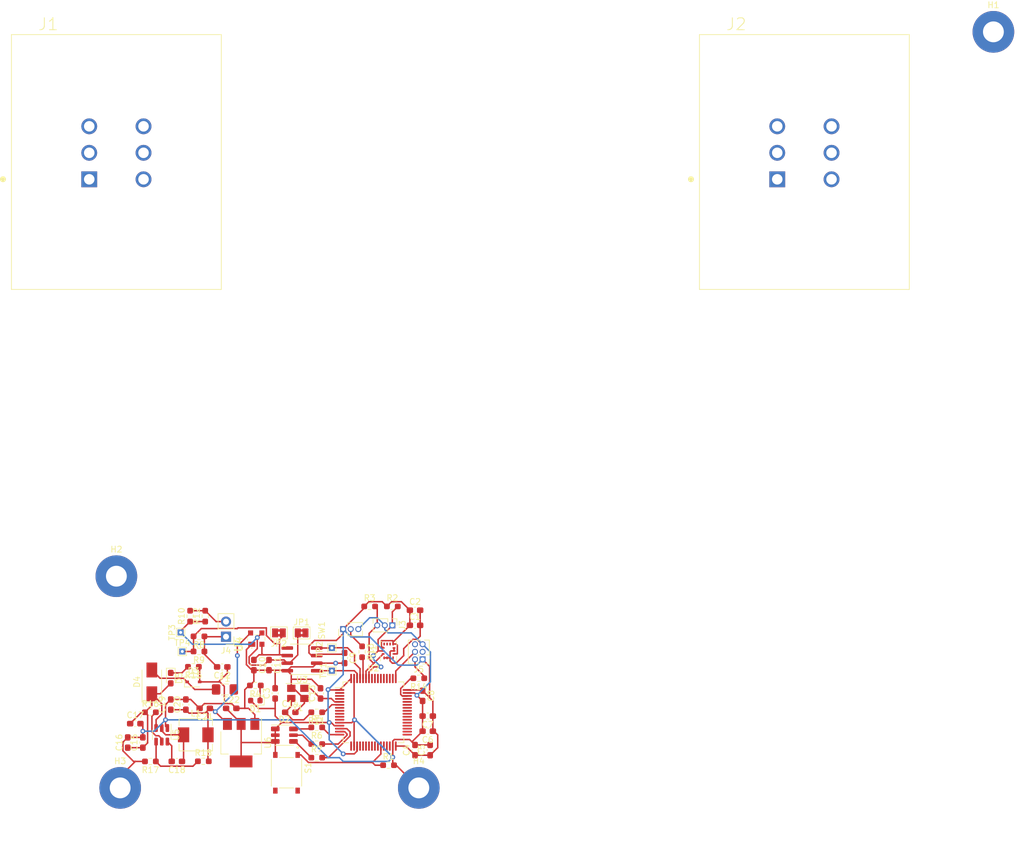
<source format=kicad_pcb>
(kicad_pcb (version 20211014) (generator pcbnew)
  (layers (0 "F.Cu" signal) (31 "B.Cu" signal) (34 "B.Paste" user) (35 "F.Paste" user) (36 "B.SilkS" user "B.Silkscreen") (37 "F.SilkS" user "F.Silkscreen") (38 "B.Mask" user) (39 "F.Mask" user) (44 "Edge.Cuts" user))
  (net 0 "")
  (net 1 "+3V3")
  (net 2 "GND")
  (net 3 "Net-(C10-Pad1)")
  (net 4 "Net-(C11-Pad1)")
  (net 5 "Net-(C12-Pad2)")
  (net 6 "/Microcontroller/HSE_in")
  (net 7 "Net-(C14-Pad1)")
  (net 8 "/VRMS/BUCK/V_in")
  (net 9 "/VRMS/BUCK/SW")
  (net 10 "/VRMS/BUCK/VBST")
  (net 11 "+5V")
  (net 12 "Net-(D1-Pad1)")
  (net 13 "Net-(D2-Pad4)")
  (net 14 "Net-(D2-Pad5)")
  (net 15 "Net-(D2-Pad6)")
  (net 16 "/VRMS/DIODE")
  (net 17 "Net-(D5-Pad1)")
  (net 18 "+24V")
  (net 19 "/CANL")
  (net 20 "/P3")
  (net 21 "/CANH")
  (net 22 "Net-(J1-Pad6)")
  (net 23 "/SCL")
  (net 24 "/SDA")
  (net 25 "Net-(J4-Pad2)")
  (net 26 "Net-(J5-Pad2)")
  (net 28 "/Microcontroller/SWCLK")
  (net 30 "/CALIB_BUTTON")
  (net 31 "/Microcontroller/LED_B")
  (net 32 "/Microcontroller/LED_G")
  (net 33 "/Microcontroller/LED_R")
  (net 34 "/Microcontroller/HSE_out")
  (net 35 "Net-(R13-Pad1)")
  (net 36 "/Microcontroller/BOOT0")
  (net 37 "/Microcontroller/SWDIO")
  (net 38 "/VRMS/BUCK/EN")
  (net 39 "/VRMS/BUCK/VFB")
  (net 42 "/Microcontroller/CAN1_TX")
  (net 43 "/Microcontroller/CAN1_RX")
  (footprint "LED_SMD:LED_0603_1608Metric_Pad1.05x0.95mm_HandSolder" (layer "F.Cu") (at 136.13 131.42 -90)
    (fp_text reference "D5")
    (fp_text value "LED")
  )
  (footprint "Capacitor_SMD:C_0603_1608Metric_Pad1.08x0.95mm_HandSolder" (layer "F.Cu") (at 141.845 136.5 180)
    (fp_text reference "C21")
    (fp_text value "1uF")
  )
  (footprint "Resistor_SMD:R_0603_1608Metric_Pad0.98x0.95mm_HandSolder" (layer "F.Cu") (at 160.655 142.494)
    (fp_text reference "R6")
    (fp_text value "220")
  )
  (footprint "Resistor_SMD:R_0603_1608Metric_Pad0.98x0.95mm_HandSolder" (layer "F.Cu") (at 140.875 124.405 180)
    (fp_text reference "R8")
    (fp_text value "120")
  )
  (footprint "Capacitor_SMD:C_0603_1608Metric_Pad1.08x0.95mm_HandSolder" (layer "F.Cu") (at 146.29 136.5)
    (fp_text reference "C22")
    (fp_text value "22uF")
  )
  (footprint "MountingHole:MountingHole_3.5mm_Pad" (layer "F.Cu") (at 127 114.3)
    (fp_text reference "H2")
    (fp_text value "MountingHole")
  )
  (footprint "Capacitor_SMD:C_0603_1608Metric_Pad1.08x0.95mm_HandSolder" (layer "F.Cu") (at 128.905 142.24 90)
    (fp_text reference "C16")
    (fp_text value "10uF")
  )
  (footprint "Resistor_SMD:R_0603_1608Metric_Pad0.98x0.95mm_HandSolder" (layer "F.Cu") (at 150.3425 132.6525 180)
    (fp_text reference "R4")
    (fp_text value "100")
  )
  (footprint "Capacitor_SMD:C_0603_1608Metric_Pad1.08x0.95mm_HandSolder" (layer "F.Cu") (at 165.335 128.0425 -90)
    (fp_text reference "C9")
    (fp_text value "0u1")
  )
  (footprint "Push Buttons:SW_TS-1187A-B-A-B" (layer "F.Cu") (at 155.575 147.32 -90)
    (fp_text reference "S1")
    (fp_text value "TS-1187A-B-A-B")
  )
  (footprint "MountingHole:MountingHole_3.5mm_Pad" (layer "F.Cu") (at 177.8 149.86)
    (fp_text reference "H4")
    (fp_text value "MountingHole")
  )
  (footprint "Capacitor_SMD:C_0603_1608Metric_Pad1.08x0.95mm_HandSolder" (layer "F.Cu") (at 152.635 129.23 -90)
    (fp_text reference "C11")
    (fp_text value "100p")
  )
  (footprint "Capacitor_SMD:C_0603_1608Metric_Pad1.08x0.95mm_HandSolder" (layer "F.Cu") (at 131.445 142.24 90)
    (fp_text reference "C15")
    (fp_text value "10uF")
  )
  (footprint "Diode_SMD:D_SOD-323" (layer "F.Cu") (at 139.94 132.055)
    (fp_text reference "D3")
    (fp_text value "32V")
  )
  (footprint "Jumper:SolderJumper-2_P1.3mm_Bridged2Bar_Pad1.0x1.5mm" (layer "F.Cu") (at 154.305 123.825 180)
    (fp_text reference "JP2")
    (fp_text value " ")
  )
  (footprint "Capacitor_SMD:C_0603_1608Metric_Pad1.08x0.95mm_HandSolder" (layer "F.Cu") (at 161.29 133.985 90)
    (fp_text reference "C13")
    (fp_text value "10p")
  )
  (footprint "Resistor_SMD:R_0603_1608Metric_Pad0.98x0.95mm_HandSolder" (layer "F.Cu") (at 132.715 145.415 180)
    (fp_text reference "R17")
    (fp_text value "10K")
  )
  (footprint "Connector_PinHeader_1.27mm:PinHeader_1x03_P1.27mm_Vertical" (layer "F.Cu") (at 165.095 123.19 90)
    (fp_text reference "SW1")
    (fp_text value "SW_SPDT")
  )
  (footprint "Capacitor_SMD:C_0603_1608Metric_Pad1.08x0.95mm_HandSolder" (layer "F.Cu") (at 153.67 133.985 90)
    (fp_text reference "C3")
    (fp_text value "4u7")
  )
  (footprint "TestPoint:TestPoint_THTPad_1.0x1.0mm_Drill0.5mm" (layer "F.Cu") (at 138.0725 126.945)
    (fp_text reference "TP4")
    (fp_text value " ")
  )
  (footprint "Resistor_SMD:R_0603_1608Metric_Pad0.98x0.95mm_HandSolder" (layer "F.Cu") (at 172.72 146.05)
    (fp_text reference "R1")
    (fp_text value "1 kΩ")
  )
  (footprint "Resistor_SMD:R_0603_1608Metric_Pad0.98x0.95mm_HandSolder" (layer "F.Cu") (at 139.94 129.515 180)
    (fp_text reference "R15")
    (fp_text value "470R")
  )
  (footprint "Capacitor_SMD:C_0603_1608Metric_Pad1.08x0.95mm_HandSolder" (layer "F.Cu") (at 177.165 143.51 90)
    (fp_text reference "C4")
    (fp_text value "100n")
  )
  (footprint "Package_LGA:LGA-14L_3x2.5mm_P0.86mm" (layer "F.Cu") (at 172.724 126.8535 90)
    (fp_text reference "U1")
    (fp_text value "LSM6DSR" hide)
  )
  (footprint "Global Libraries:TE_DT15-6P" (layer "F.Cu") (at 127 43.18)
    (fp_text reference "J1")
    (fp_text value "Deutsch DT6")
  )
  (footprint "Connector_PinHeader_1.27mm:PinHeader_1x03_P1.27mm_Vertical" (layer "F.Cu") (at 173.355 122.555 -90)
    (fp_text reference "J3")
    (fp_text value "Conn_01x03")
  )
  (footprint "Resistor_SMD:R_0603_1608Metric_Pad0.98x0.95mm_HandSolder" (layer "F.Cu") (at 141.9225 121.0075 90)
    (fp_text reference "R12")
    (fp_text value "120")
  )
  (footprint "Global Libraries:CD143ASR05" (layer "F.Cu") (at 150.495 124.785)
    (fp_text reference "U4")
    (fp_text value "CD143A-SR05" hide)
  )
  (footprint "LED_SMD:LED_ROHM_SMLVN6" (layer "F.Cu") (at 155.2175 141.004)
    (fp_text reference "D2")
    (fp_text value "SMLVN6RGB")
  )
  (footprint "TestPoint:TestPoint_THTPad_1.0x1.0mm_Drill0.5mm" (layer "F.Cu") (at 163.195 130.175 90)
    (fp_text reference "TP1")
    (fp_text value " ")
  )
  (footprint "Capacitor_SMD:C_0603_1608Metric_Pad1.08x0.95mm_HandSolder" (layer "F.Cu") (at 138.67 135.865 90)
    (fp_text reference "C20")
    (fp_text value "22uF")
  )
  (footprint "Diode_SMD:D_SMA" (layer "F.Cu") (at 132.955 132.055 90)
    (fp_text reference "D4")
    (fp_text value "0.7dV")
  )
  (footprint "TestPoint:TestPoint_THTPad_1.0x1.0mm_Drill0.5mm" (layer "F.Cu") (at 137.795 123.745 90)
    (fp_text reference "TP3")
    (fp_text value " ")
  )
  (footprint "Capacitor_SMD:C_0603_1608Metric_Pad1.08x0.95mm_HandSolder" (layer "F.Cu") (at 130.175 139.065)
    (fp_text reference "C17")
    (fp_text value "100nF")
  )
  (footprint "Capacitor_SMD:C_0603_1608Metric_Pad1.08x0.95mm_HandSolder" (layer "F.Cu") (at 179.705 143.51 90)
    (fp_text reference "C5")
    (fp_text value "100n")
  )
  (footprint "Jumper:SolderJumper-2_P1.3mm_Bridged2Bar_Pad1.0x1.5mm" (layer "F.Cu") (at 158.115 123.825)
    (fp_text reference "JP1")
    (fp_text value " ")
  )
  (footprint "Capacitor_SMD:C_0603_1608Metric_Pad1.08x0.95mm_HandSolder" (layer "F.Cu") (at 178.435 134.3925 -90)
    (fp_text reference "C8")
    (fp_text value "100n")
  )
  (footprint "Capacitor_SMD:C_0603_1608Metric_Pad1.08x0.95mm_HandSolder" (layer "F.Cu") (at 177.165 120.015)
    (fp_text reference "C2")
    (fp_text value "100 nF")
  )
  (footprint "Capacitor_SMD:C_0603_1608Metric_Pad1.08x0.95mm_HandSolder" (layer "F.Cu") (at 150.095 129.23 -90)
    (fp_text reference "C10")
    (fp_text value "100p")
  )
  (footprint "Connector_PinHeader_1.27mm:PinHeader_2x03_P1.27mm_Vertical" (layer "F.Cu") (at 178.435 128.27 180)
    (fp_text reference "J5")
    (fp_text value "SWD")
  )
  (footprint "Capacitor_SMD:C_0603_1608Metric_Pad1.08x0.95mm_HandSolder" (layer "F.Cu") (at 144.78 129.54 180)
    (fp_text reference "C12")
    (fp_text value "4.7n")
  )
  (footprint "Capacitor_SMD:C_0603_1608Metric_Pad1.08x0.95mm_HandSolder" (layer "F.Cu") (at 137.16 145.415 180)
    (fp_text reference "C18")
    (fp_text value "100nF")
  )
  (footprint "Resistor_SMD:R_0603_1608Metric_Pad0.98x0.95mm_HandSolder" (layer "F.Cu") (at 169.545 119.38)
    (fp_text reference "R3")
    (fp_text value "2k2")
  )
  (footprint "Capacitor_SMD:C_0603_1608Metric_Pad1.08x0.95mm_HandSolder" (layer "F.Cu") (at 136.13 135.865 90)
    (fp_text reference "C19")
    (fp_text value "22uF")
  )
  (footprint "Capacitor_SMD:C_0603_1608Metric_Pad1.08x0.95mm_HandSolder" (layer "F.Cu") (at 177.165 122.555)
    (fp_text reference "C1")
    (fp_text value "100 nF")
  )
  (footprint "LED_SMD:LED_0603_1608Metric" (layer "F.Cu") (at 150.3425 135.1925 180)
    (fp_text reference "D1")
    (fp_text value "RED")
  )
  (footprint "MountingHole:MountingHole_3.5mm_Pad" (layer "F.Cu") (at 274.32 22.86)
    (fp_text reference "H1")
    (fp_text value "MountingHole")
  )
  (footprint "Package_SO:SOIC-8_3.9x4.9mm_P1.27mm" (layer "F.Cu") (at 158.18 128.27 180)
    (fp_text reference "U3")
    (fp_text value "SN65HVD230")
  )
  (footprint "MountingHole:MountingHole_3.5mm_Pad" (layer "F.Cu") (at 127.635 149.86)
    (fp_text reference "H3")
    (fp_text value "MountingHole")
  )
  (footprint "Resistor_SMD:R_0603_1608Metric_Pad0.98x0.95mm_HandSolder" (layer "F.Cu") (at 160.655 144.78)
    (fp_text reference "R7")
    (fp_text value "220")
  )
  (footprint "TestPoint:TestPoint_THTPad_1.0x1.0mm_Drill0.5mm" (layer "F.Cu") (at 163.195 126.365 90)
    (fp_text reference "TP2")
    (fp_text value " ")
  )
  (footprint "Capacitor_SMD:C_0603_1608Metric_Pad1.08x0.95mm_HandSolder" (layer "F.Cu") (at 179.2975 140.335 180)
    (fp_text reference "C6")
    (fp_text value "100n")
  )
  (footprint "Crystal:Crystal_SMD_3225-4Pin_3.2x2.5mm" (layer "F.Cu") (at 157.48 133.985 180)
    (fp_text reference "Y1")
    (fp_text value "16MHz")
  )
  (footprint "Resistor_SMD:R_0603_1608Metric_Pad0.98x0.95mm_HandSolder" (layer "F.Cu") (at 139.3825 121.0075 90)
    (fp_text reference "R10")
    (fp_text value "120")
  )
  (footprint "Resistor_SMD:R_0603_1608Metric_Pad0.98x0.95mm_HandSolder" (layer "F.Cu") (at 141.605 145.39)
    (fp_text reference "R18")
    (fp_text value "54.9K")
  )
  (footprint "Resistor_SMD:R_0603_1608Metric_Pad0.98x0.95mm_HandSolder" (layer "F.Cu") (at 160.655 137.16 180)
    (fp_text reference "R11")
    (fp_text value "47")
  )
  (footprint "Package_TO_SOT_SMD:SOT-23-6" (layer "F.Cu") (at 134.62 140.945 -90)
    (fp_text reference "U5")
    (fp_text value "TPS562200")
  )
  (footprint "Resistor_SMD:R_0603_1608Metric_Pad0.98x0.95mm_HandSolder" (layer "F.Cu") (at 132.715 137.16)
    (fp_text reference "R16")
    (fp_text value "10K")
  )
  (footprint "Fuse:Fuse_1206_3216Metric_Pad1.42x1.75mm_HandSolder" (layer "F.Cu") (at 145.2375 133.325)
    (fp_text reference "F1")
    (fp_text value "2A")
  )
  (footprint "Package_TO_SOT_SMD:SOT-223-3_TabPin2" (layer "F.Cu") (at 147.955 142.265 -90)
    (fp_text reference "U6")
    (fp_text value "AMS1117-3.3")
  )
  (footprint "Package_QFP:LQFP-64_10x10mm_P0.5mm" (layer "F.Cu") (at 170.18 137.16)
    (fp_text reference "U2")
    (fp_text value "STM32F105RCTx")
  )
  (footprint "Global Libraries:TE_DT15-6P" (layer "F.Cu") (at 242.57 43.18)
    (fp_text reference "J2")
    (fp_text value "Deutsch DT6")
  )
  (footprint "Capacitor_SMD:C_0603_1608Metric_Pad1.08x0.95mm_HandSolder" (layer "F.Cu") (at 156.21 137.16)
    (fp_text reference "C14")
    (fp_text value "10p")
  )
  (footprint "Capacitor_SMD:C_0603_1608Metric_Pad1.08x0.95mm_HandSolder" (layer "F.Cu") (at 179.2975 137.795 180)
    (fp_text reference "C7")
    (fp_text value "100n")
  )
  (footprint "Resistor_SMD:R_0603_1608Metric_Pad0.98x0.95mm_HandSolder" (layer "F.Cu") (at 140.875 126.945 180)
    (fp_text reference "R9")
    (fp_text value "120")
  )
  (footprint "Resistor_SMD:R_0603_1608Metric_Pad0.98x0.95mm_HandSolder" (layer "F.Cu") (at 173.355 119.38)
    (fp_text reference "R2")
    (fp_text value "2k2")
  )
  (footprint "Resistor_SMD:R_0603_1608Metric_Pad0.98x0.95mm_HandSolder" (layer "F.Cu") (at 168.275 127 -90)
    (fp_text reference "R13")
    (fp_text value "10K")
  )
  (footprint "Resistor_SMD:R_0603_1608Metric_Pad0.98x0.95mm_HandSolder" (layer "F.Cu") (at 160.655 139.7)
    (fp_text reference "R5")
    (fp_text value "220")
  )
  (footprint "Inductor_SMD:L_Sunlord_MWSA0518_5.4x5.2mm" (layer "F.Cu") (at 140.335 140.945)
    (fp_text reference "L1")
    (fp_text value "4u7")
  )
  (footprint "Connector_PinHeader_2.54mm:PinHeader_1x02_P2.54mm_Vertical" (layer "F.Cu") (at 145.415 124.465 180)
    (fp_text reference "J4")
    (fp_text value "Conn_01x02")
  )
  (footprint "Resistor_SMD:R_0603_1608Metric_Pad0.98x0.95mm_HandSolder" (layer "F.Cu") (at 177.8 131.445 180)
    (fp_text reference "R14")
    (fp_text value "22")
  )
  (segment (start 178.435 133.53) (end 179.615 134.71) (width 0.25) (layer "F.Cu") (net 1))
  (segment (start 171.524 126.2535) (end 171.8115 126.2535) (width 0.25) (layer "F.Cu") (net 1))
  (segment (start 147.955 139.0275) (end 145.4275 136.5) (width 0.25) (layer "F.Cu") (net 1))
  (segment (start 159.355 126.018249) (end 159.355 127.1975) (width 0.25) (layer "F.Cu") (net 1))
  (segment (start 162.745 138.88) (end 163.084315 138.88) (width 0.25) (layer "F.Cu") (net 1))
  (segment (start 159.355 127.1975) (end 159.7925 127.635) (width 0.25) (layer "F.Cu") (net 1))
  (segment (start 149.555 135.1925) (end 150.8875 136.525) (width 0.25) (layer "F.Cu") (net 1))
  (segment (start 153.6925 141.004) (end 153.6925 142.054) (width 0.25) (layer "F.Cu") (net 1))
  (segment (start 164.505 133.41) (end 162.62 133.41) (width 0.25) (layer "F.Cu") (net 1))
  (segment (start 176.3025 122.555) (end 173.6435 125.214) (width 0.25) (layer "F.Cu") (net 1))
  (segment (start 147.955 139.115) (end 147.955 142.24) (width 0.25) (layer "F.Cu") (net 1))
  (segment (start 180.975 140.97) (end 180.34 140.335) (width 0.25) (layer "F.Cu") (net 1))
  (segment (start 159.7925 127.635) (end 160.655 127.635) (width 0.25) (layer "F.Cu") (net 1))
  (segment (start 147.955 142.24) (end 153.5065 142.24) (width 0.25) (layer "F.Cu") (net 1))
  (segment (start 150.8875 136.525) (end 153.67 136.525) (width 0.25) (layer "F.Cu") (net 1))
  (segment (start 173.93 142.835) (end 175.6275 142.835) (width 0.25) (layer "F.Cu") (net 1))
  (segment (start 153.6925 139.954) (end 154.7665 138.88) (width 0.25) (layer "F.Cu") (net 1))
  (segment (start 162.56 133.35) (end 162.62 133.41) (width 0.25) (layer "F.Cu") (net 1))
  (segment (start 179.615 129.45) (end 179.615 134.71) (width 0.25) (layer "F.Cu") (net 1))
  (segment (start 160.278249 125.095) (end 163.94 125.095) (width 0.25) (layer "F.Cu") (net 1))
  (segment (start 163.614315 139.41) (end 164.505 139.41) (width 0.25) (layer "F.Cu") (net 1))
  (segment (start 147.955 142.24) (end 147.955 145.415) (width 0.25) (layer "F.Cu") (net 1))
  (segment (start 172.4425 119.38) (end 173.2425 118.58) (width 0.25) (layer "F.Cu") (net 1))
  (segment (start 171.6425 118.58) (end 172.4425 119.38) (width 0.25) (layer "F.Cu") (net 1))
  (segment (start 167.43 142.835) (end 167.43 143.675685) (width 0.25) (layer "F.Cu") (net 1))
  (segment (start 176.3025 120.015) (end 176.3025 122.555) (width 0.25) (layer "F.Cu") (net 1))
  (segment (start 174.199 125.9035) (end 173.9865 125.691) (width 0.25) (layer "F.Cu") (net 1))
  (segment (start 175.6275 142.835) (end 177.165 144.3725) (width 0.25) (layer "F.Cu") (net 1))
  (segment (start 163.084315 138.88) (end 163.614315 139.41) (width 0.25) (layer "F.Cu") (net 1))
  (segment (start 175.855 133.41) (end 178.315 133.41) (width 0.25) (layer "F.Cu") (net 1))
  (segment (start 160.8825 127.4075) (end 160.655 127.635) (width 0.25) (layer "F.Cu") (net 1))
  (segment (start 153.67 134.8475) (end 153.67 136.525) (width 0.25) (layer "F.Cu") (net 1))
  (segment (start 165.095 123.94) (end 163.94 125.095) (width 0.25) (layer "F.Cu") (net 1))
  (segment (start 173.474 125.691) (end 173.474 125.214) (width 0.25) (layer "F.Cu") (net 1))
  (segment (start 173.2425 118.58) (end 174.8675 118.58) (width 0.25) (layer "F.Cu") (net 1))
  (segment (start 153.7 144.32) (end 153.7 142.0615) (width 0.25) (layer "F.Cu") (net 1))
  (segment (start 180.16 137.795) (end 180.16 140.335) (width 0.25) (layer "F.Cu") (net 1))
  (segment (start 165.095 123.19) (end 165.095 123.94) (width 0.25) (layer "F.Cu") (net 1))
  (segment (start 178.435 128.27) (end 179.615 129.45) (width 0.25) (layer "F.Cu") (net 1))
  (segment (start 165.1075 127.4075) (end 160.8825 127.4075) (width 0.25) (layer "F.Cu") (net 1))
  (segment (start 180.975 143.1025) (end 180.975 140.97) (width 0.25) (layer "F.Cu") (net 1))
  (segment (start 167.43 143.675685) (end 166.960685 144.145) (width 0.25) (layer "F.Cu") (net 1))
  (segment (start 174.8675 118.58) (end 176.3025 120.015) (width 0.25) (layer "F.Cu") (net 1))
  (segment (start 171.524 125.1285) (end 171.524 126.2535) (width 0.25) (layer "F.Cu") (net 1))
  (segment (start 179.705 144.3725) (end 180.975 143.1025) (width 0.25) (layer "F.Cu") (net 1))
  (segment (start 174.149 127.3535) (end 174.199 127.3035) (width 0.25) (layer "F.Cu") (net 1))
  (segment (start 165.095 123.19) (end 168.6325 119.6525) (width 0.25) (layer "F.Cu") (net 1))
  (segment (start 174.199 127.3035) (end 174.199 125.9035) (width 0.25) (layer "F.Cu") (net 1))
  (segment (start 153.6925 139.954) (end 153.6925 141.004) (width 0.25) (layer "F.Cu") (net 1))
  (segment (start 154.7665 138.88) (end 162.745 138.88) (width 0.25) (layer "F.Cu") (net 1))
  (segment (start 166.43 131.485) (end 164.505 133.41) (width 0.25) (layer "F.Cu") (net 1))
  (segment (start 179.615 134.71) (end 180.16 135.255) (width 0.25) (layer "F.Cu") (net 1))
  (segment (start 168.6325 119.38) (end 169.4325 118.58) (width 0.25) (layer "F.Cu") (net 1))
  (segment (start 180.16 135.255) (end 180.16 137.795) (width 0.25) (layer "F.Cu") (net 1))
  (segment (start 173.474 125.1785) (end 173.424 125.1285) (width 0.25) (layer "F.Cu") (net 1))
  (segment (start 173.424 125.1285) (end 171.524 125.1285) (width 0.25) (layer "F.Cu") (net 1))
  (segment (start 153.67 136.525) (end 153.67 137.7835) (width 0.25) (layer "F.Cu") (net 1))
  (segment (start 166.960685 144.145) (end 165.1 144.145) (width 0.25) (layer "F.Cu") (net 1))
  (segment (start 177.165 144.3725) (end 179.705 144.3725) (width 0.25) (layer "F.Cu") (net 1))
  (segment (start 153.67 137.7835) (end 154.7665 138.88) (width 0.25) (layer "F.Cu") (net 1))
  (segment (start 169.4325 118.58) (end 171.6425 118.58) (width 0.25) (layer "F.Cu") (net 1))
  (segment (start 173.474 125.214) (end 173.474 125.1785) (width 0.25) (layer "F.Cu") (net 1))
  (segment (start 173.6365 127.3535) (end 174.149 127.3535) (width 0.25) (layer "F.Cu") (net 1))
  (segment (start 173.6435 125.214) (end 173.474 125.214) (width 0.25) (layer "F.Cu") (net 1))
  (segment (start 173.9865 125.691) (end 173.474 125.691) (width 0.25) (layer "F.Cu") (net 1))
  (segment (start 160.278249 125.095) (end 159.355 126.018249) (width 0.25) (layer "F.Cu") (net 1))
  (via (at 165.1 144.145) (size 0.8) (drill 0.4) (layers "F.Cu" "B.Cu") (net 1))
  (via (at 162.56 133.35) (size 0.8) (drill 0.4) (layers "F.Cu" "B.Cu") (net 1))
  (via (at 162.745 138.88) (size 0.8) (drill 0.4) (layers "F.Cu" "B.Cu") (net 1))
  (segment (start 177.465305 129.239695) (end 174.324695 129.239695) (width 0.25) (layer "B.Cu") (net 1))
  (segment (start 165.1 144.145) (end 162.745 141.79) (width 0.25) (layer "B.Cu") (net 1))
  (segment (start 162.745 138.88) (end 162.56 138.695) (width 0.25) (layer "B.Cu") (net 1))
  (segment (start 162.56 138.695) (end 162.56 133.35) (width 0.25) (layer "B.Cu") (net 1))
  (segment (start 162.745 141.79) (end 162.745 138.88) (width 0.25) (layer "B.Cu") (net 1))
  (segment (start 165.095 130.815) (end 165.095 123.19) (width 0.25) (layer "B.Cu") (net 1))
  (segment (start 162.56 133.35) (end 165.095 130.815) (width 0.25) (layer "B.Cu") (net 1))
  (segment (start 174.324695 129.239695) (end 169.591469 124.506469) (width 0.25) (layer "B.Cu") (net 1))
  (segment (start 178.435 128.27) (end 177.465305 129.239695) (width 0.25) (layer "B.Cu") (net 1))
  (segment (start 169.591469 124.506469) (end 166.411469 124.506469) (width 0.25) (layer "B.Cu") (net 1))
  (segment (start 166.411469 124.506469) (end 165.095 123.19) (width 0.25) (layer "B.Cu") (net 1))
  (segment (start 145.1325 132.806828) (end 145.1325 135.7) (width 0.25) (layer "F.Cu") (net 2))
  (segment (start 178.0275 124.384227) (end 177.506727 124.905) (width 0.25) (layer "F.Cu") (net 2))
  (segment (start 147.1525 136.5) (end 148.565 136.5) (width 0.25) (layer "F.Cu") (net 2))
  (segment (start 177.165 142.6475) (end 179.705 142.6475) (width 0.25) (layer "F.Cu") (net 2))
  (segment (start 153.67 133.1225) (end 153.67 130.175) (width 0.25) (layer "F.Cu") (net 2))
  (segment (start 140.99 129.6525) (end 140.99 132.055) (width 0.25) (layer "F.Cu") (net 2))
  (segment (start 136.13 135.0025) (end 138.67 135.0025) (width 0.25) (layer "F.Cu") (net 2))
  (segment (start 148.565 136.5) (end 149.2 136.5) (width 0.25) (layer "F.Cu") (net 2))
  (segment (start 150.095 130.0925) (end 152.635 130.0925) (width 0.25) (layer "F.Cu") (net 2))
  (segment (start 131.445 141.3775) (end 131.445 140.335) (width 0.25) (layer "F.Cu") (net 2))
  (segment (start 178.0275 122.555) (end 178.0275 124.384227) (width 0.25) (layer "F.Cu") (net 2))
  (segment (start 176.823273 124.905) (end 175.26 126.468273) (width 0.25) (layer "F.Cu") (net 2))
  (segment (start 135.255 135.8775) (end 136.13 135.0025) (width 0.25) (layer "F.Cu") (net 2))
  (segment (start 156.38 133.135) (end 156.38 131.615) (width 0.25) (layer "F.Cu") (net 2))
  (segment (start 152.635 130.0925) (end 153.7525 130.0925) (width 0.25) (layer "F.Cu") (net 2))
  (segment (start 173.43 141.994315) (end 173.43 142.835) (width 0.25) (layer "F.Cu") (net 2))
  (segment (start 177.506727 124.905) (end 176.823273 124.905) (width 0.25) (layer "F.Cu") (net 2))
  (segment (start 145.6425 129.54) (end 145.6425 130.5825) (width 0.25) (layer "F.Cu") (net 2))
  (segment (start 157.0725 137.16) (end 158.58 135.6525) (width 0.25) (layer "F.Cu") (net 2))
  (segment (start 128.105 142.1775) (end 128.905 141.3775) (width 0.25) (layer "F.Cu") (net 2))
  (segment (start 150.095 130.0925) (end 150.095 131.9875) (width 0.25) (layer "F.Cu") (net 2))
  (segment (start 129.884505 145.415) (end 128.105 143.635495) (width 0.25) (layer "F.Cu") (net 2))
  (segment (start 166.93 142.835) (end 166.93 138.505) (width 0.25) (layer "F.Cu") (net 2))
  (segment (start 172.474 128.016) (end 171.974 128.016) (width 0.25) (layer "F.Cu") (net 2))
  (segment (start 156.38 130.85) (end 155.705 130.175) (width 0.25) (layer "F.Cu") (net 2))
  (segment (start 144.380672 132.055) (end 145.1325 132.806828) (width 0.25) (layer "F.Cu") (net 2))
  (segment (start 176.64375 142.12625) (end 176.2525 141.735) (width 0.25) (layer "F.Cu") (net 2))
  (segment (start 173.124 126.8535) (end 172.974 127.0035) (width 0.25) (layer "F.Cu") (net 2))
  (segment (start 160.03 129.53) (end 156.35 129.53) (width 0.25) (layer "F.Cu") (net 2))
  (segment (start 178.435 140.335) (end 178.435 137.795) (width 0.25) (layer "F.Cu") (net 2))
  (segment (start 135.255 139.4925) (end 135.255 138.43) (width 0.25) (layer "F.Cu") (net 2))
  (segment (start 150.095 131.9875) (end 149.43 132.6525) (width 0.25) (layer "F.Cu") (net 2))
  (segment (start 172.974 128.5285) (end 172.974 128.016) (width 0.25) (layer "F.Cu") (net 2))
  (segment (start 140.9825 136.5) (end 141.7825 135.7) (width 0.25) (layer "F.Cu") (net 2))
  (segment (start 178.0275 120.015) (end 178.0275 122.555) (width 0.25) (layer "F.Cu") (net 2))
  (segment (start 135.57 139.8075) (end 135.255 139.4925) (width 0.25) (layer "F.Cu") (net 2))
  (segment (start 166.525 138.91) (end 167.005 138.43) (width 0.25) (layer "F.Cu") (net 2))
  (segment (start 148.845 129.16) (end 149.7775 130.0925) (width 0.25) (layer "F.Cu") (net 2))
  (segment (start 177.4825 134.3025) (end 177.09 133.91) (width 0.25) (layer "F.Cu") (net 2))
  (segment (start 178.435 135.255) (end 177.4825 134.3025) (width 0.25) (layer "F.Cu") (net 2))
  (segment (start 130.175 145.415) (end 127.635 147.955) (width 0.25) (layer "F.Cu") (net 2))
  (segment (start 161.29 133.1225) (end 159.7825 131.615) (width 0.25) (layer "F.Cu") (net 2))
  (segment (start 178.331727 125.73) (end 177.506727 124.905) (width 0.25) (layer "F.Cu") (net 2))
  (segment (start 128.905 141.3775) (end 131.445 141.3775) (width 0.25) (layer "F.Cu") (net 2))
  (segment (start 156.38 131.615) (end 156.38 130.85) (width 0.25) (layer "F.Cu") (net 2))
  (segment (start 173.6365 126.3535) (end 173.6365 126.8535) (width 0.25) (layer "F.Cu") (net 2))
  (segment (start 135.255 138.43) (end 135.255 135.8775) (width 0.25) (layer "F.Cu") (net 2))
  (segment (start 148.845 126.635) (end 148.845 129.16) (width 0.25) (layer "F.Cu") (net 2))
  (segment (start 173.43 145.8475) (end 173.43 144.705) (width 0.25) (layer "F.Cu") (net 2))
  (segment (start 145.1325 135.7) (end 146.3525 135.7) (width 0.25) (layer "F.Cu") (net 2))
  (segment (start 176.2525 141.735) (end 173.689315 141.735) (width 0.25) (layer "F.Cu") (net 2))
  (segment (start 175.26 127.635) (end 173.99 128.905) (width 0.25) (layer "F.Cu") (net 2))
  (segment (start 131.8025 145.415) (end 130.175 145.415) (width 0.25) (layer "F.Cu") (net 2))
  (segment (start 166.93 138.505) (end 167.005 138.43) (width 0.25) (layer "F.Cu") (net 2))
  (segment (start 150.255 137.555) (end 150.255 139.115) (width 0.25) (layer "F.Cu") (net 2))
  (segment (start 149.2875 132.6525) (end 148.565 133.375) (width 0.25) (layer "F.Cu") (net 2))
  (segment (start 163.83 128.905) (end 160.655 128.905) (width 0.25) (layer "F.Cu") (net 2))
  (segment (start 139.485 135.0025) (end 140.9825 136.5) (width 0.25) (layer "F.Cu") (net 2))
  (segment (start 173.99 128.905) (end 173.3505 128.905) (width 0.25) (layer "F.Cu") (net 2))
  (segment (start 166.93 138.355) (end 167.005 138.43) (width 0.25) (layer "F.Cu") (net 2))
  (segment (start 158.48 134.835) (end 156.78 133.135) (width 0.25) (layer "F.Cu") (net 2))
  (segment (start 177.09 133.91) (end 175.855 133.91) (width 0.25) (layer "F.Cu") (net 2))
  (segment (start 178.435 135.255) (end 178.435 137.795) (width 0.25) (layer "F.Cu") (net 2))
  (segment (start 156.35 129.53) (end 155.705 130.175) (width 0.25) (layer "F.Cu") (net 2))
  (segment (start 153.7525 130.0925) (end 155.6225 130.0925) (width 0.25) (layer "F.Cu") (net 2))
  (segment (start 144.17 132.055) (end 144.380672 132.055) (width 0.25) (layer "F.Cu") (net 2))
  (segment (start 164.505 138.91) (end 166.525 138.91) (width 0.25) (layer "F.Cu") (net 2))
  (segment (start 173.43 144.705) (end 173.43 142.835) (width 0.25) (layer "F.Cu") (net 2))
  (segment (start 159.7825 131.615) (end 156.38 131.615) (width 0.25) (layer "F.Cu") (net 2))
  (segment (start 153.67 130.175) (end 153.7525 130.0925) (width 0.25) (layer "F.Cu") (net 2))
  (segment (start 140.99 132.055) (end 144.17 132.055) (width 0.25) (layer "F.Cu") (net 2))
  (segment (start 145.6425 130.5825) (end 144.17 132.055) (width 0.25) (layer "F.Cu") (net 2))
  (segment (start 166.93 131.485) (end 166.93 138.355) (width 0.25) (layer "F.Cu") (net 2))
  (segment (start 172.974 127.0035) (end 172.974 128.016) (width 0.25) (layer "F.Cu") (net 2))
  (segment (start 177.8 149.86) (end 173.99 146.05) (width 0.25) (layer "F.Cu") (net 2))
  (segment (start 172.974 128.016) (end 172.474 128.016) (width 0.25) (layer "F.Cu") (net 2))
  (segment (start 178.435 140.335) (end 176.64375 142.12625) (width 0.25) (layer "F.Cu") (net 2))
  (segment (start 146.3525 135.7) (end 147.1525 136.5) (width 0.25) (layer "F.Cu") (net 2))
  (segment (start 158.58 135.6525) (end 158.58 134.835) (width 0.25) (layer "F.Cu") (net 2))
  (segment (start 130.175 145.415) (end 129.884505 145.415) (width 0.25) (layer "F.Cu") (net 2))
  (segment (start 149.2 136.5) (end 150.255 137.555) (width 0.25) (layer "F.Cu") (net 2))
  (segment (start 128.105 143.635495) (end 128.105 142.1775) (width 0.25) (layer "F.Cu") (net 2))
  (segment (start 173.3505 128.905) (end 172.974 128.5285) (width 0.25) (layer "F.Cu") (net 2))
  (segment (start 138.67 135.0025) (end 139.485 135.0025) (width 0.25) (layer "F.Cu") (net 2))
  (segment (start 141.7825 135.7) (end 145.1325 135.7) (width 0.25) (layer "F.Cu") (net 2))
  (segment (start 177.165 142.6475) (end 176.64375 142.12625) (width 0.25) (layer "F.Cu") (net 2))
  (segment (start 160.655 128.905) (end 160.03 129.53) (width 0.25) (layer "F.Cu") (net 2))
  (segment (start 131.445 140.335) (end 131.445 139.4725) (width 0.25) (layer "F.Cu") (net 2))
  (segment (start 175.26 126.468273) (end 175.26 127.635) (width 0.25) (layer "F.Cu") (net 2))
  (segment (start 165.335 128.905) (end 163.83 128.905) (width 0.25) (layer "F.Cu") (net 2))
  (segment (start 131.445 139.4725) (end 131.0375 139.065) (width 0.25) (layer "F.Cu") (net 2))
  (segment (start 173.689315 141.735) (end 173.43 141.994315) (width 0.25) (layer "F.Cu") (net 2))
  (segment (start 173.6365 126.8535) (end 173.124 126.8535) (width 0.25) (layer "F.Cu") (net 2))
  (segment (start 148.565 133.375) (end 148.565 136.5) (width 0.25) (layer "F.Cu") (net 2))
  (segment (start 149.745 125.735) (end 148.845 126.635) (width 0.25) (layer "F.Cu") (net 2))
  (via (at 131.445 140.335) (size 0.8) (drill 0.4) (layers "F.Cu" "B.Cu") (net 2))
  (via (at 163.83 128.905) (size 0.8) (drill 0.4) (layers "F.Cu" "B.Cu") (net 2))
  (via (at 173.43 144.705) (size 0.8) (drill 0.4) (layers "F.Cu" "B.Cu") (net 2))
  (via (at 177.4825 134.3025) (size 0.8) (drill 0.4) (layers "F.Cu" "B.Cu") (net 2))
  (via (at 167.005 138.43) (size 0.8) (drill 0.4) (layers "F.Cu" "B.Cu") (net 2))
  (via (at 135.255 138.43) (size 0.8) (drill 0.4) (layers "F.Cu" "B.Cu") (net 2))
  (segment (start 178.435 125.73) (end 179.751469 127.046469) (width 0.25) (layer "B.Cu") (net 2))
  (segment (start 167.155 138.43) (end 173.43 144.705) (width 0.25) (layer "B.Cu") (net 2))
  (segment (start 170.815 121.285) (end 172.085 122.555) (width 0.25) (layer "B.Cu") (net 2))
  (segment (start 178.435 125.73) (end 176.53 123.825) (width 0.25) (layer "B.Cu") (net 2))
  (segment (start 176.53 123.825) (end 172.647894 123.825) (width 0.25) (layer "B.Cu") (net 2))
  (segment (start 179.751469 132.033531) (end 177.4825 134.3025) (width 0.25) (layer "B.Cu") (net 2))
  (segment (start 164.465 144.78) (end 165.1 145.415) (width 0.25) (layer "B.Cu") (net 2))
  (segment (start 172.085 123.262106) (end 172.085 122.555) (width 0.25) (layer "B.Cu") (net 2))
  (segment (start 165.1 145.415) (end 172.72 145.415) (width 0.25) (layer "B.Cu") (net 2))
  (segment (start 167.005 138.28) (end 173.43 144.705) (width 0.25) (layer "B.Cu") (net 2))
  (segment (start 172.647894 123.825) (end 172.085 123.262106) (width 0.25) (layer "B.Cu") (net 2))
  (segment (start 169.54 121.285) (end 170.815 121.285) (width 0.25) (layer "B.Cu") (net 2))
  (segment (start 133.35 140.335) (end 135.255 138.43) (width 0.25) (layer "B.Cu") (net 2))
  (segment (start 156.21 138.43) (end 162.56 144.78) (width 0.25) (layer "B.Cu") (net 2))
  (segment (start 172.72 145.415) (end 173.43 144.705) (width 0.25) (layer "B.Cu") (net 2))
  (segment (start 167.005 138.43) (end 167.155 138.43) (width 0.25) (layer "B.Cu") (net 2))
  (segment (start 179.751469 127.046469) (end 179.751469 132.033531) (width 0.25) (layer "B.Cu") (net 2))
  (segment (start 162.56 144.78) (end 164.465 144.78) (width 0.25) (layer "B.Cu") (net 2))
  (segment (start 167.635 123.19) (end 169.54 121.285) (width 0.25) (layer "B.Cu") (net 2))
  (segment (start 135.255 138.43) (end 156.21 138.43) (width 0.25) (layer "B.Cu") (net 2))
  (segment (start 131.445 140.335) (end 133.35 140.335) (width 0.25) (layer "B.Cu") (net 2))
  (segment (start 151.445 127.315) (end 151.635 127.505) (width 0.25) (layer "F.Cu") (net 3))
  (segment (start 138.0725 126.945) (end 139.9625 126.945) (width 0.25) (layer "F.Cu") (net 3))
  (segment (start 147.425 122.985) (end 152.195 122.985) (width 0.25) (layer "F.Cu") (net 3))
  (segment (start 154.405 127.475) (end 154.405 125.63) (width 0.25) (layer "F.Cu") (net 3))
  (segment (start 150.095 128.3675) (end 150.9575 127.505) (width 0.25) (layer "F.Cu") (net 3))
  (segment (start 154.435 127.505) (end 155.575 127.505) (width 0.25) (layer "F.Cu") (net 3))
  (segment (start 151.635 127.505) (end 154.435 127.505) (width 0.25) (layer "F.Cu") (net 3))
  (segment (start 152.195 124.255) (end 153.57 125.63) (width 0.25) (layer "F.Cu") (net 3))
  (segment (start 141.2675 123.1) (end 147.31 123.1) (width 0.25) (layer "F.Cu") (net 3))
  (segment (start 154.405 125.63) (end 154.405 124.93) (width 0.25) (layer "F.Cu") (net 3))
  (segment (start 139.9625 124.405) (end 141.2675 123.1) (width 0.25) (layer "F.Cu") (net 3))
  (segment (start 154.405 124.93) (end 154.955 124.38) (width 0.25) (layer "F.Cu") (net 3))
  (segment (start 139.9625 124.405) (end 139.9625 126.945) (width 0.25) (layer "F.Cu") (net 3))
  (segment (start 153.57 125.63) (end 154.405 125.63) (width 0.25) (layer "F.Cu") (net 3))
  (segment (start 147.31 123.1) (end 147.425 122.985) (width 0.25) (layer "F.Cu") (net 3))
  (segment (start 152.195 122.985) (end 152.195 124.255) (width 0.25) (layer "F.Cu") (net 3))
  (segment (start 151.445 125.735) (end 151.445 127.315) (width 0.25) (layer "F.Cu") (net 3))
  (segment (start 150.9575 127.505) (end 151.635 127.505) (width 0.25) (layer "F.Cu") (net 3))
  (segment (start 154.435 127.505) (end 154.405 127.475) (width 0.25) (layer "F.Cu") (net 3))
  (segment (start 139.755 121.92) (end 141.9225 121.92) (width 0.25) (layer "F.Cu") (net 4))
  (segment (start 137.795 123.5075) (end 139.3825 121.92) (width 0.25) (layer "F.Cu") (net 4))
  (segment (start 150.67 126.459505) (end 149.295 127.834505) (width 0.25) (layer "F.Cu") (net 4))
  (segment (start 151.445 123.835) (end 150.67 124.61) (width 0.25) (layer "F.Cu") (net 4))
  (segment (start 156.081751 128.905) (end 157.465 127.521751) (width 0.25) (layer "F.Cu") (net 4))
  (segment (start 151.7725 129.23) (end 152.635 128.3675) (width 0.25) (layer "F.Cu") (net 4))
  (segment (start 152.635 128.3675) (end 155.1675 128.3675) (width 0.25) (layer "F.Cu") (net 4))
  (segment (start 150.67 124.61) (end 150.67 126.459505) (width 0.25) (layer "F.Cu") (net 4))
  (segment (start 149.295 127.834505) (end 149.295 128.900495) (width 0.25) (layer "F.Cu") (net 4))
  (segment (start 149.624505 129.23) (end 151.7725 129.23) (width 0.25) (layer "F.Cu") (net 4))
  (segment (start 149.295 128.900495) (end 149.624505 129.23) (width 0.25) (layer "F.Cu") (net 4))
  (segment (start 155.1675 128.3675) (end 155.705 128.905) (width 0.25) (layer "F.Cu") (net 4))
  (segment (start 157.465 127.521751) (end 157.465 123.825) (width 0.25) (layer "F.Cu") (net 4))
  (segment (start 139.3825 121.92) (end 139.755 121.92) (width 0.25) (layer "F.Cu") (net 4))
  (via (at 150.67 124.61) (size 0.8) (drill 0.4) (layers "F.Cu" "B.Cu") (net 4))
  (segment (start 149.55 125.73) (end 150.67 124.61) (width 0.25) (layer "B.Cu") (net 4))
  (segment (start 139.78 125.73) (end 149.55 125.73) (width 0.25) (layer "B.Cu") (net 4))
  (segment (start 137.795 123.745) (end 139.78 125.73) (width 0.25) (layer "B.Cu") (net 4))
  (segment (start 141.7875 127.41) (end 143.9175 129.54) (width 0.25) (layer "F.Cu") (net 5))
  (segment (start 141.7875 126.945) (end 141.7875 127.41) (width 0.25) (layer "F.Cu") (net 5))
  (segment (start 145.415 124.465) (end 141.8475 124.465) (width 0.25) (layer "F.Cu") (net 5))
  (segment (start 141.7875 124.405) (end 141.7875 126.945) (width 0.25) (layer "F.Cu") (net 5))
  (segment (start 163.101815 134.8475) (end 163.664315 135.41) (width 0.25) (layer "F.Cu") (net 6))
  (segment (start 161.29 134.8475) (end 163.101815 134.8475) (width 0.25) (layer "F.Cu") (net 6))
  (segment (start 163.664315 135.41) (end 164.505 135.41) (width 0.25) (layer "F.Cu") (net 6))
  (segment (start 161.29 134.8475) (end 159.5775 133.135) (width 0.25) (layer "F.Cu") (net 6))
  (segment (start 159.5775 133.135) (end 158.58 133.135) (width 0.25) (layer "F.Cu") (net 6))
  (segment (start 156.38 136.1275) (end 155.3475 137.16) (width 0.25) (layer "F.Cu") (net 7))
  (segment (start 155.3475 137.16) (end 156.6175 138.43) (width 0.25) (layer "F.Cu") (net 7))
  (segment (start 158.4725 138.43) (end 159.7425 137.16) (width 0.25) (layer "F.Cu") (net 7))
  (segment (start 156.6175 138.43) (end 158.4725 138.43) (width 0.25) (layer "F.Cu") (net 7))
  (segment (start 156.38 134.835) (end 156.38 136.1275) (width 0.25) (layer "F.Cu") (net 7))
  (segment (start 133.67 139.8075) (end 133.67 138.400495) (width 0.25) (layer "F.Cu") (net 8))
  (segment (start 132.245 137.6025) (end 131.8025 137.16) (width 0.25) (layer "F.Cu") (net 8))
  (segment (start 132.245 142.3025) (end 132.245 137.6025) (width 0.25) (layer "F.Cu") (net 8))
  (segment (start 131.2175 137.16) (end 129.3125 139.065) (width 0.25) (layer "F.Cu") (net 8))
  (segment (start 131.445 143.1025) (end 132.245 142.3025) (width 0.25) (layer "F.Cu") (net 8))
  (segment (start 133.67 138.400495) (end 134.62 137.450495) (width 0.25) (layer "F.Cu") (net 8))
  (segment (start 134.62 137.450495) (end 134.62 135.72) (width 0.25) (layer "F.Cu") (net 8))
  (segment (start 131.8025 137.16) (end 132.955 136.0075) (width 0.25) (layer "F.Cu") (net 8))
  (segment (start 134.37 134.055) (end 132.955 134.055) (width 0.25) (layer "F.Cu") (net 8))
  (segment (start 136.13 132.295) (end 134.37 134.055) (width 0.25) (layer "F.Cu") (net 8))
  (segment (start 134.62 135.72) (end 132.955 134.055) (width 0.25) (layer "F.Cu") (net 8))
  (segment (start 131.8025 137.16) (end 131.2175 137.16) (width 0.25) (layer "F.Cu") (net 8))
  (segment (start 128.905 143.1025) (end 131.445 143.1025) (width 0.25) (layer "F.Cu") (net 8))
  (segment (start 132.955 136.0075) (end 132.955 134.055) (width 0.25) (layer "F.Cu") (net 8))
  (segment (start 135.28 140.945) (end 134.62 140.285) (width 0.25) (layer "F.Cu") (net 9))
  (segment (start 138.285 145.1525) (end 138.285 140.945) (width 0.25) (layer "F.Cu") (net 9))
  (segment (start 138.285 140.945) (end 135.28 140.945) (width 0.25) (layer "F.Cu") (net 9))
  (segment (start 135.57 142.0825) (end 136.2975 142.81) (width 0.25) (layer "F.Cu") (net 10))
  (segment (start 136.2975 142.81) (end 136.2975 145.415) (width 0.25) (layer "F.Cu") (net 10))
  (segment (start 141.9075 137.3) (end 142.14375 137.06375) (width 0.25) (layer "F.Cu") (net 11))
  (segment (start 138.67 136.765) (end 139.205 137.3) (width 0.25) (layer "F.Cu") (net 11))
  (segment (start 143.04 136.5) (end 143.605 137.065) (width 0.25) (layer "F.Cu") (net 11))
  (segment (start 142.385 140.945) (end 142.385 145.2575) (width 0.25) (layer "F.Cu") (net 11))
  (segment (start 139.205 137.3) (end 141.9075 137.3) (width 0.25) (layer "F.Cu") (net 11))
  (segment (start 142.385 140.945) (end 142.385 137.305) (width 0.25) (layer "F.Cu") (net 11))
  (segment (start 149.545 123.835) (end 147.32 126.06) (width 0.25) (layer "F.Cu") (net 11))
  (segment (start 142.385 137.305) (end 142.14375 137.06375) (width 0.25) (layer "F.Cu") (net 11))
  (segment (start 142.14375 137.06375) (end 142.7075 136.5) (width 0.25) (layer "F.Cu") (net 11))
  (segment (start 136.13 136.7275) (end 138.67 136.7275) (width 0.25) (layer "F.Cu") (net 11))
  (segment (start 147.32 126.06) (end 147.32 127.635) (width 0.25) (layer "F.Cu") (net 11))
  (segment (start 143.605 137.065) (end 145.655 139.115) (width 0.25) (layer "F.Cu") (net 11))
  (via (at 143.605 137.065) (size 0.8) (drill 0.4) (layers "F.Cu" "B.Cu") (net 11))
  (via (at 147.32 127.635) (size 0.8) (drill 0.4) (layers "F.Cu" "B.Cu") (net 11))
  (segment (start 147.32 133.35) (end 143.605 137.065) (width 0.25) (layer "B.Cu") (net 11))
  (segment (start 147.32 127.635) (end 147.32 133.35) (width 0.25) (layer "B.Cu") (net 11))
  (segment (start 151.13 135.1925) (end 151.13 132.7775) (width 0.25) (layer "F.Cu") (net 12))
  (segment (start 157.0165 142.054) (end 159.7425 144.78) (width 0.25) (layer "F.Cu") (net 13))
  (segment (start 158.2525 141.004) (end 159.7425 142.494) (width 0.25) (layer "F.Cu") (net 14))
  (segment (start 156.7425 141.004) (end 158.2525 141.004) (width 0.25) (layer "F.Cu") (net 14))
  (segment (start 156.7425 139.954) (end 159.4885 139.954) (width 0.25) (layer "F.Cu") (net 15))
  (segment (start 140.16 133.325) (end 138.89 132.055) (width 0.25) (layer "F.Cu") (net 16))
  (segment (start 143.75 133.325) (end 140.16 133.325) (width 0.25) (layer "F.Cu") (net 16))
  (segment (start 138.28 131.445) (end 134.345 131.445) (width 0.25) (layer "F.Cu") (net 16))
  (segment (start 138.89 132.055) (end 138.28 131.445) (width 0.25) (layer "F.Cu") (net 16))
  (segment (start 134.345 131.445) (end 132.955 130.055) (width 0.25) (layer "F.Cu") (net 16))
  (segment (start 137.9975 130.545) (end 136.13 130.545) (width 0.25) (layer "F.Cu") (net 17))
  (segment (start 139.0275 129.515) (end 137.9975 130.545) (width 0.25) (layer "F.Cu") (net 17))
  (segment (start 170.9615 126.8535) (end 170.18 127.635) (width 0.25) (layer "F.Cu") (net 23))
  (segment (start 173.355 122.555) (end 173.355 120.2925) (width 0.25) (layer "F.Cu") (net 23))
  (segment (start 169.43 130.379396) (end 170.269396 129.54) (width 0.25) (layer "F.Cu") (net 23))
  (segment (start 169.43 131.485) (end 169.43 130.379396) (width 0.25) (layer "F.Cu") (net 23))
  (segment (start 171.8115 126.8535) (end 170.9615 126.8535) (width 0.25) (layer "F.Cu") (net 23))
  (segment (start 170.269396 129.54) (end 171.45 129.54) (width 0.25) (layer "F.Cu") (net 23))
  (segment (start 173.355 120.2925) (end 174.2675 119.38) (width 0.25) (layer "F.Cu") (net 23))
  (segment (start 173.355 122.555) (end 170.9615 124.9485) (width 0.25) (layer "F.Cu") (net 23))
  (segment (start 170.9615 124.9485) (end 170.9615 126.8535) (width 0.25) (layer "F.Cu") (net 23))
  (via (at 170.18 127.635) (size 0.8) (drill 0.4) (layers "F.Cu" "B.Cu") (net 23))
  (via (at 171.45 129.54) (size 0.8) (drill 0.4) (layers "F.Cu" "B.Cu") (net 23))
  (segment (start 170.18 128.27) (end 171.45 129.54) (width 0.25) (layer "B.Cu") (net 23))
  (segment (start 170.18 127.635) (end 170.18 128.27) (width 0.25) (layer "B.Cu") (net 23))
  (segment (start 170.224 128.949) (end 168.93 130.243) (width 0.25) (layer "F.Cu") (net 24))
  (segment (start 170.815 122.555) (end 169.455 123.915) (width 0.25) (layer "F.Cu") (net 24))
  (segment (start 171.8115 127.3615) (end 170.224 128.949) (width 0.25) (layer "F.Cu") (net 24))
  (segment (start 171.8115 127.3535) (end 171.8115 127.3615) (width 0.25) (layer "F.Cu") (net 24))
  (segment (start 169.455 128.18) (end 170.224 128.949) (width 0.25) (layer "F.Cu") (net 24))
  (segment (start 168.93 130.243) (end 168.93 131.485) (width 0.25) (layer "F.Cu") (net 24))
  (segment (start 170.815 119.7375) (end 170.815 122.555) (width 0.25) (layer "F.Cu") (net 24))
  (segment (start 170.4575 119.38) (end 170.815 119.7375) (width 0.25) (layer "F.Cu") (net 24))
  (segment (start 169.455 123.915) (end 169.455 128.18) (width 0.25) (layer "F.Cu") (net 24))
  (segment (start 143.7525 121.925) (end 145.415 121.925) (width 0.25) (layer "F.Cu") (net 25))
  (segment (start 141.9225 120.095) (end 143.7525 121.925) (width 0.25) (layer "F.Cu") (net 25))
  (segment (start 139.3825 120.095) (end 141.9225 120.095) (width 0.25) (layer "F.Cu") (net 25))
  (segment (start 178.7125 131.0875) (end 177.165 129.54) (width 0.25) (layer "F.Cu") (net 26))
  (segment (start 178.7125 131.445) (end 178.7125 131.0875) (width 0.25) (layer "F.Cu") (net 26))
  (segment (start 177.165 129.54) (end 177.165 128.27) (width 0.25) (layer "F.Cu") (net 26))
  (segment (start 177.165 127) (end 173.93 130.235) (width 0.25) (layer "F.Cu") (net 28))
  (segment (start 173.93 130.235) (end 173.93 131.485) (width 0.25) (layer "F.Cu") (net 28))
  (segment (start 171.43 142.835) (end 171.43 144.165) (width 0.25) (layer "F.Cu") (net 30))
  (segment (start 171.8075 146.05) (end 170.465 146.05) (width 0.25) (layer "F.Cu") (net 30))
  (segment (start 170.465 146.05) (end 170.005 145.59) (width 0.25) (layer "F.Cu") (net 30))
  (segment (start 157.45 144.32) (end 157.999505 144.32) (width 0.25) (layer "F.Cu") (net 30))
  (segment (start 157.999505 144.32) (end 159.269505 145.59) (width 0.25) (layer "F.Cu") (net 30))
  (segment (start 171.43 144.165) (end 170.005 145.59) (width 0.25) (layer "F.Cu") (net 30))
  (segment (start 159.269505 145.59) (end 170.005 145.59) (width 0.25) (layer "F.Cu") (net 30))
  (segment (start 162.7775 140.91) (end 164.505 140.91) (width 0.25) (layer "F.Cu") (net 31))
  (segment (start 161.5675 139.7) (end 162.7775 140.91) (width 0.25) (layer "F.Cu") (net 31))
  (segment (start 161.5675 142.494) (end 164.261685 142.494) (width 0.25) (layer "F.Cu") (net 32))
  (segment (start 164.261685 142.494) (end 165.735 141.020685) (width 0.25) (layer "F.Cu") (net 32))
  (segment (start 165.735 141.020685) (end 165.735 140.799315) (width 0.25) (layer "F.Cu") (net 32))
  (segment (start 165.735 140.799315) (end 165.345685 140.41) (width 0.25) (layer "F.Cu") (net 32))
  (segment (start 165.345685 140.41) (end 164.505 140.41) (width 0.25) (layer "F.Cu") (net 32))
  (segment (start 166.252144 141.139937) (end 166.252144 140.452855) (width 0.25) (layer "F.Cu") (net 33))
  (segment (start 166.252144 140.452855) (end 165.709289 139.91) (width 0.25) (layer "F.Cu") (net 33))
  (segment (start 161.5675 144.78) (end 162.612081 144.78) (width 0.25) (layer "F.Cu") (net 33))
  (segment (start 165.709289 139.91) (end 164.505 139.91) (width 0.25) (layer "F.Cu") (net 33))
  (segment (start 162.612081 144.78) (end 166.252144 141.139937) (width 0.25) (layer "F.Cu") (net 33))
  (segment (start 161.925 137.16) (end 163.195 135.89) (width 0.25) (layer "F.Cu") (net 34))
  (segment (start 163.195 135.89) (end 164.485 135.89) (width 0.25) (layer "F.Cu") (net 34))
  (segment (start 166.365 124.1775) (end 166.365 123.19) (width 0.25) (layer "F.Cu") (net 35))
  (segment (start 168.275 126.0875) (end 166.365 124.1775) (width 0.25) (layer "F.Cu") (net 35))
  (segment (start 168.43 128.0675) (end 168.43 131.485) (width 0.25) (layer "F.Cu") (net 36))
  (segment (start 175.039315 134.435) (end 175.83 134.435) (width 0.25) (layer "F.Cu") (net 37))
  (segment (start 174.755 134.150685) (end 175.039315 134.435) (width 0.25) (layer "F.Cu") (net 37))
  (segment (start 176.8875 131.445) (end 176.479315 131.445) (width 0.25) (layer "F.Cu") (net 37))
  (segment (start 174.755 133.169315) (end 174.755 134.150685) (width 0.25) (layer "F.Cu") (net 37))
  (segment (start 176.479315 131.445) (end 174.755 133.169315) (width 0.25) (layer "F.Cu") (net 37))
  (segment (start 133.6275 137.16) (end 132.97 137.8175) (width 0.25) (layer "F.Cu") (net 38))
  (segment (start 133.623249 141.095) (end 134.11 141.095) (width 0.25) (layer "F.Cu") (net 38))
  (segment (start 132.97 140.441751) (end 133.623249 141.095) (width 0.25) (layer "F.Cu") (net 38))
  (segment (start 134.11 141.095) (end 134.62 141.605) (width 0.25) (layer "F.Cu") (net 38))
  (segment (start 132.97 137.8175) (end 132.97 140.441751) (width 0.25) (layer "F.Cu") (net 38))
  (segment (start 133.6275 145.415) (end 134.4275 146.215) (width 0.25) (layer "F.Cu") (net 39))
  (segment (start 134.4275 146.215) (end 139.8675 146.215) (width 0.25) (layer "F.Cu") (net 39))
  (segment (start 139.8675 146.215) (end 140.6925 145.39) (width 0.25) (layer "F.Cu") (net 39))
  (segment (start 133.67 142.0825) (end 133.67 145.3725) (width 0.25) (layer "F.Cu") (net 39))
  (segment (start 163.195 130.175) (end 160.655 130.175) (width 0.25) (layer "F.Cu") (net 42))
  (segment (start 166.960685 130.175) (end 163.195 130.175) (width 0.25) (layer "F.Cu") (net 42))
  (segment (start 167.43 131.485) (end 167.43 130.644315) (width 0.25) (layer "F.Cu") (net 42))
  (segment (start 167.43 130.644315) (end 166.960685 130.175) (width 0.25) (layer "F.Cu") (net 42))
  (segment (start 167.93 129.83) (end 167.93 131.485) (width 0.25) (layer "F.Cu") (net 43))
  (segment (start 167.005 127.517005) (end 165.805495 126.3175) (width 0.25) (layer "F.Cu") (net 43))
  (segment (start 163.195 126.365) (end 160.655 126.365) (width 0.25) (layer "F.Cu") (net 43))
  (segment (start 167.005 128.905) (end 167.93 129.83) (width 0.25) (layer "F.Cu") (net 43))
  (segment (start 167.005 127.517005) (end 167.005 128.905) (width 0.25) (layer "F.Cu") (net 43))
  (segment (start 165.805495 126.3175) (end 163.2425 126.3175) (width 0.25) (layer "F.Cu") (net 43))
)
</source>
